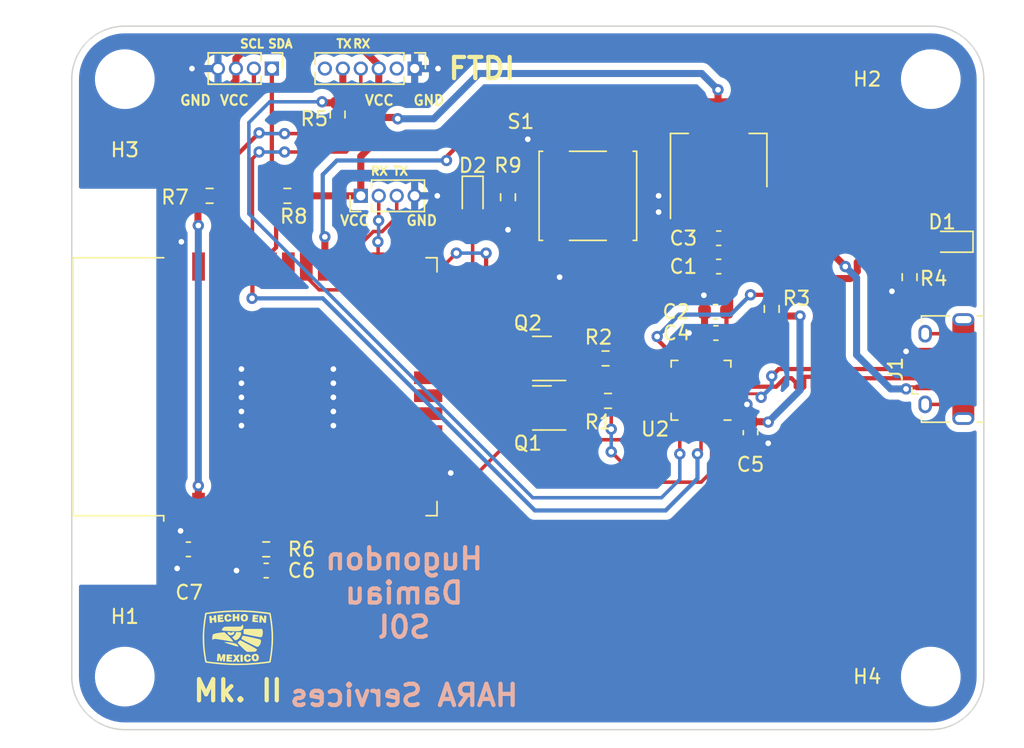
<source format=kicad_pcb>
(kicad_pcb (version 20211014) (generator pcbnew)
  (layers (0 "F.Cu" signal) (31 "B.Cu" power) (34 "B.Paste" user) (35 "F.Paste" user) (36 "B.SilkS" user "B.Silkscreen") (37 "F.SilkS" user "F.Silkscreen") (38 "B.Mask" user) (39 "F.Mask" user) (44 "Edge.Cuts" user))
  (net 0 "")
  (net 1 "VBUS")
  (net 2 "GND")
  (net 3 "+3V3")
  (net 4 "EN")
  (net 5 "Net-(D1-Pad1)")
  (net 6 "Net-(D2-Pad1)")
  (net 7 "GPIO19")
  (net 8 "/USB_D-")
  (net 9 "/USB_D+")
  (net 11 "unconnected-(J1-Pad6)")
  (net 13 "RX0")
  (net 14 "TX0")
  (net 16 "SDA")
  (net 17 "SCL")
  (net 18 "RX2")
  (net 19 "TX2")
  (net 20 "Net-(Q1-Pad1)")
  (net 21 "RTS")
  (net 22 "Net-(Q2-Pad1)")
  (net 23 "DTR")
  (net 24 "GPIO0")
  (net 25 "Net-(R3-Pad1)")
  (net 26 "GPIO18")
  (net 61 "Net-(R5-Pad1)")
  (footprint "Capacitor_SMD:C_0603_1608Metric" (layer "F.Cu") (at 108 112.5 180)
    (fp_text reference "C3")
    (fp_text value "22u")
  )
  (footprint "MountingHole:MountingHole_3.2mm_M3" (layer "F.Cu") (at 123 143.5)
    (fp_text reference "H4")
    (fp_text value "MountingHole")
  )
  (footprint "Resistor_SMD:R_0603_1608Metric" (layer "F.Cu") (at 93.1 109.6 -90)
    (fp_text reference "R9")
    (fp_text value "220")
  )
  (footprint "Resistor_SMD:R_0603_1608Metric" (layer "F.Cu") (at 77.5 109.5 180)
    (fp_text reference "R8")
    (fp_text value "4k7")
  )
  (footprint "Package_DFN_QFN:QFN-24-1EP_4x4mm_P0.5mm_EP2.6x2.6mm" (layer "F.Cu") (at 106.75 123.25 180)
    (fp_text reference "U2")
    (fp_text value "CP2102N-A02-GQFN24")
  )
  (footprint "Resistor_SMD:R_0603_1608Metric" (layer "F.Cu") (at 121.5 115.25 -90)
    (fp_text reference "R4")
    (fp_text value "220")
  )
  (footprint "Resistor_SMD:R_0603_1608Metric" (layer "F.Cu") (at 76 134.5)
    (fp_text reference "R6")
    (fp_text value "10k")
  )
  (footprint "Capacitor_SMD:C_0603_1608Metric" (layer "F.Cu") (at 107.775 117.7 180)
    (fp_text reference "C2")
    (fp_text value "0.1u")
  )
  (footprint "Package_TO_SOT_SMD:SOT-23" (layer "F.Cu") (at 95.5 124.5 180)
    (fp_text reference "Q1")
    (fp_text value "BC817")
  )
  (footprint "Package_TO_SOT_SMD:SOT-223-3_TabPin2" (layer "F.Cu") (at 108 107 90)
    (fp_text reference "U1" hide)
    (fp_text value "AMS1117CD-3.3")
  )
  (footprint "Connector_PinHeader_1.27mm:PinHeader_1x06_P1.27mm_Vertical" (layer "F.Cu") (at 86.5 100.5 -90)
    (fp_text reference "J2" hide)
    (fp_text value "Conn_01x06_Female")
  )
  (footprint "MountingHole:MountingHole_3.2mm_M3" (layer "F.Cu") (at 66 101.25)
    (fp_text reference "H3")
    (fp_text value "MountingHole")
  )
  (footprint "MountingHole:MountingHole_3.2mm_M3" (layer "F.Cu") (at 123 101.25)
    (fp_text reference "H2")
    (fp_text value "MountingHole")
  )
  (footprint "Capacitor_SMD:C_0603_1608Metric" (layer "F.Cu") (at 108 114.5 180)
    (fp_text reference "C1")
    (fp_text value "22u")
  )
  (footprint "Resistor_SMD:R_0603_1608Metric" (layer "F.Cu") (at 72 109.5)
    (fp_text reference "R7")
    (fp_text value "4k7")
  )
  (footprint "LOGO" (layer "F.Cu") (at 74 140.75)
    (fp_text reference "G***" hide)
    (fp_text value "LOGO" hide)
  )
  (footprint "Capacitor_SMD:C_0603_1608Metric" (layer "F.Cu") (at 107.8 119.2 180)
    (fp_text reference "C4")
    (fp_text value "1u")
  )
  (footprint "MountingHole:MountingHole_3.2mm_M3" (layer "F.Cu") (at 66 143.5)
    (fp_text reference "H1")
    (fp_text value "MountingHole")
  )
  (footprint "Resistor_SMD:R_0603_1608Metric" (layer "F.Cu") (at 81.05 103.75 90)
    (fp_text reference "R5")
    (fp_text value "470")
  )
  (footprint "LED_SMD:LED_0603_1608Metric" (layer "F.Cu") (at 124.5 112.75 180)
    (fp_text reference "D1")
    (fp_text value "RED")
  )
  (footprint "Capacitor_SMD:C_0603_1608Metric" (layer "F.Cu") (at 110.25 126.25 -90)
    (fp_text reference "C5")
    (fp_text value "0.1u")
  )
  (footprint "Capacitor_SMD:C_0603_1608Metric" (layer "F.Cu") (at 70.5 134.5 180)
    (fp_text reference "C7")
    (fp_text value "0.1u")
  )
  (footprint "Resistor_SMD:R_0603_1608Metric" (layer "F.Cu") (at 111.75 117.5 -90)
    (fp_text reference "R3")
    (fp_text value "4k7")
  )
  (footprint "Connector_USB:USB_Micro-B_Amphenol_10118194_Horizontal" (layer "F.Cu") (at 124 121.75 90)
    (fp_text reference "J1")
    (fp_text value "USB_B_Micro")
  )
  (footprint "Capacitor_SMD:C_0603_1608Metric" (layer "F.Cu") (at 76 136 180)
    (fp_text reference "C6")
    (fp_text value "10u")
  )
  (footprint "Button_Switch_SMD:SW_SPST_B3S-1000" (layer "F.Cu") (at 98.75 109.5 90)
    (fp_text reference "S1")
    (fp_text value "SW_SPST")
  )
  (footprint "Connector_PinHeader_1.27mm:PinHeader_1x04_P1.27mm_Vertical" (layer "F.Cu") (at 76.4 100.5 -90)
    (fp_text reference "J3" hide)
    (fp_text value "Conn_01x04_Male")
  )
  (footprint "Connector_PinHeader_1.27mm:PinHeader_1x04_P1.27mm_Vertical" (layer "F.Cu") (at 82.69 109.5 90)
    (fp_text reference "J4" hide)
    (fp_text value "Conn_01x04_Male")
  )
  (footprint "LED_SMD:LED_0603_1608Metric" (layer "F.Cu") (at 90.6 109.6 -90)
    (fp_text reference "D2")
    (fp_text value "RED")
  )
  (footprint "Package_TO_SOT_SMD:SOT-23" (layer "F.Cu") (at 95.5 121 180)
    (fp_text reference "Q2")
    (fp_text value "BC817")
  )
  (footprint "Resistor_SMD:R_0603_1608Metric" (layer "F.Cu") (at 100 121 180)
    (fp_text reference "R2")
    (fp_text value "10k")
  )
  (footprint "RF_Module:ESP32-WROOM-32" (layer "F.Cu") (at 78.2 123 90)
    (fp_text reference "U3" hide)
    (fp_text value "ESP32-WROOM-32")
  )
  (footprint "Resistor_SMD:R_0603_1608Metric" (layer "F.Cu") (at 100.175 124 180)
    (fp_text reference "R1")
    (fp_text value "10k")
  )
  (gr_line (start 66 97.5) (end 123 97.5) (layer "Edge.Cuts") (width 0.1))
  (gr_arc (start 66 147.25) (mid 63.34835 146.15165) (end 62.25 143.5) (layer "Edge.Cuts") (width 0.1))
  (gr_line (start 123 147.25) (end 66 147.25) (layer "Edge.Cuts") (width 0.1))
  (gr_arc (start 123 97.5) (mid 125.65165 98.59835) (end 126.75 101.25) (layer "Edge.Cuts") (width 0.1))
  (gr_arc (start 126.75 143.5) (mid 125.65165 146.15165) (end 123 147.25) (layer "Edge.Cuts") (width 0.1))
  (gr_line (start 62.25 143.5) (end 62.25 101.25) (layer "Edge.Cuts") (width 0.1))
  (gr_line (start 126.75 143.5) (end 126.75 101.25) (layer "Edge.Cuts") (width 0.1))
  (gr_arc (start 62.25 101.25) (mid 63.34835 98.59835) (end 66 97.5) (layer "Edge.Cuts") (width 0.1))
  (gr_text "Hugondon\nDamiau\nS0l\n\nHARA Services" (at 85.75 140) (layer "B.SilkS") (effects (font (size 1.5 1.5) (thickness 0.3)) (justify mirror)))
  (gr_text "VCC" (at 84 102.75) (layer "F.SilkS") (effects (font (size 0.7 0.7))))
  (gr_text "TX" (at 85.5 107.75) (layer "F.SilkS") (effects (font (size 0.6 0.6))))
  (gr_text "SDA" (at 77 98.75) (layer "F.SilkS") (effects (font (size 0.6 0.6))))
  (gr_text "RX" (at 82.75 98.75) (layer "F.SilkS") (effects (font (size 0.6 0.6))))
  (gr_text "TX" (at 81.5 98.75) (layer "F.SilkS") (effects (font (size 0.6 0.6))))
  (gr_text "VCC" (at 73.75 102.75) (layer "F.SilkS") (effects (font (size 0.7 0.7))))
  (gr_text "GND" (at 71 102.75) (layer "F.SilkS") (effects (font (size 0.7 0.7))))
  (gr_text "VCC" (at 82.25 111.25) (layer "F.SilkS") (effects (font (size 0.7 0.7))))
  (gr_text "FTDI" (at 91.25 100.5) (layer "F.SilkS") (effects (font (size 1.5 1.5) (thickness 0.3))))
  (gr_text "Mk. II" (at 74 144.5) (layer "F.SilkS") (effects (font (size 1.5 1.5) (thickness 0.3))))
  (gr_text "GND" (at 87 111.25) (layer "F.SilkS") (effects (font (size 0.7 0.7))))
  (gr_text "GND" (at 87.5 102.75) (layer "F.SilkS") (effects (font (size 0.7 0.7))))
  (gr_text "SCL" (at 75 98.75) (layer "F.SilkS") (effects (font (size 0.6 0.6))))
  (gr_text "RX" (at 84 107.75) (layer "F.SilkS") (effects (font (size 0.6 0.6))))
  (segment (start 110.3 112.975) (end 110.85 112.425) (width 0.5) (layer "F.Cu") (net 1))
  (segment (start 108.575 120.675) (end 108.575 119.2) (width 0.3) (layer "F.Cu") (net 1))
  (segment (start 107.5 121.3125) (end 108 121.3125) (width 0.3) (layer "F.Cu") (net 1))
  (segment (start 121.259 123.05) (end 122.915 123.05) (width 0.3) (layer "F.Cu") (net 1))
  (segment (start 121.2455 123.1545) (end 121.345 123.055) (width 0.3) (layer "F.Cu") (net 1))
  (segment (start 108.775 116.625) (end 108.775 117.775) (width 0.5) (layer "F.Cu") (net 1))
  (segment (start 110.3 112.975) (end 115.425 112.975) (width 0.5) (layer "F.Cu") (net 1))
  (segment (start 108 121.3125) (end 108 121.25) (width 0.3) (layer "F.Cu") (net 1))
  (segment (start 115.425 112.975) (end 116.95 114.5) (width 0.5) (layer "F.Cu") (net 1))
  (segment (start 108.775 114.5) (end 108.775 116.625) (width 0.5) (layer "F.Cu") (net 1))
  (segment (start 110.85 110.7) (end 110.3 110.15) (width 0.5) (layer "F.Cu") (net 1))
  (segment (start 121.1545 123.1545) (end 121.2455 123.1545) (width 0.3) (layer "F.Cu") (net 1))
  (segment (start 108 121.25) (end 108.575 120.675) (width 0.3) (layer "F.Cu") (net 1))
  (segment (start 121.25 123.1545) (end 121.1545 123.1545) (width 0.3) (layer "F.Cu") (net 1))
  (segment (start 110.85 112.425) (end 110.85 110.7) (width 0.5) (layer "F.Cu") (net 1))
  (segment (start 108.55 119.5) (end 108.55 118) (width 0.3) (layer "F.Cu") (net 1))
  (segment (start 108.775 114.5) (end 110.3 112.975) (width 0.5) (layer "F.Cu") (net 1))
  (segment (start 121.1545 123.1545) (end 121.259 123.05) (width 0.3) (layer "F.Cu") (net 1))
  (via (at 116.95 114.5) (size 0.8) (drill 0.4) (layers "F.Cu" "B.Cu") (net 1))
  (via (at 121.25 123.1545) (size 0.8) (drill 0.4) (layers "F.Cu" "B.Cu") (net 1))
  (segment (start 120.1545 123.1545) (end 117.75 120.75) (width 0.5) (layer "B.Cu") (net 1))
  (segment (start 117.75 115.3) (end 116.95 114.5) (width 0.5) (layer "B.Cu") (net 1))
  (segment (start 117.75 120.75) (end 117.75 115.3) (width 0.5) (layer "B.Cu") (net 1))
  (segment (start 121.25 123.1545) (end 120.1545 123.1545) (width 0.5) (layer "B.Cu") (net 1))
  (segment (start 111.475 127.025) (end 111.5 127) (width 0.5) (layer "F.Cu") (net 2))
  (segment (start 96.75 115.25) (end 96.75 113.475) (width 0.3) (layer "F.Cu") (net 2))
  (segment (start 87.455 128.715) (end 88.665 128.715) (width 0.5) (layer "F.Cu") (net 2))
  (segment (start 107.025 119.2) (end 105.9 119.2) (width 0.5) (layer "F.Cu") (net 2))
  (segment (start 109.75 124) (end 110 124.25) (width 0.25) (layer "F.Cu") (net 2))
  (segment (start 75.225 136) (end 73.9 136) (width 0.5) (layer "F.Cu") (net 2))
  (segment (start 108.6875 124) (end 109.75 124) (width 0.25) (layer "F.Cu") (net 2))
  (segment (start 86.5 100.5) (end 88.15 100.5) (width 0.5) (layer "F.Cu") (net 2))
  (segment (start 69.725 135.825) (end 69.7 135.85) (width 0.5) (layer "F.Cu") (net 2))
  (segment (start 88.1 109.5) (end 86.5 109.5) (width 0.5) (layer "F.Cu") (net 2))
  (segment (start 107 119.175) (end 107.025 119.2) (width 0.5) (layer "F.Cu") (net 2))
  (segment (start 96.75 105.525) (end 94.5 105.5) (width 0.3) (layer "F.Cu") (net 2))
  (segment (start 121.325 116.25) (end 121.5 116.075) (width 0.3) (layer "F.Cu") (net 2))
  (segment (start 120.25 116.25) (end 121.325 116.25) (width 0.3) (layer "F.Cu") (net 2))
  (segment (start 69.725 134.5) (end 69.725 135.825) (width 0.5) (layer "F.Cu") (net 2))
  (segment (start 69.945 131.5) (end 69.945 133.195) (width 0.5) (layer "F.Cu") (net 2))
  (segment (start 106.9 116.581321) (end 106.9 117.9) (width 0.5) (layer "F.Cu") (net 2))
  (segment (start 108.6875 124) (end 107.5 124) (width 0.3) (layer "F.Cu") (net 2))
  (segment (start 107.5 124) (end 106.75 123.25) (width 0.3) (layer "F.Cu") (net 2))
  (segment (start 69.945 112.805) (end 70 112.75) (width 0.5) (layer "F.Cu") (net 2))
  (segment (start 93.1 110.425) (end 93.1 111.9) (width 0.5) (layer "F.Cu") (net 2))
  (segment (start 88.665 128.715) (end 89.05 129.1) (width 0.5) (layer "F.Cu") (net 2))
  (segment (start 121.25 120.5) (end 122.865 120.5) (width 0.3) (layer "F.Cu") (net 2))
  (segment (start 106.95 116.531321) (end 106.9 116.581321) (width 0.5) (layer "F.Cu") (net 2))
  (segment (start 110.25 127.025) (end 111.475 127.025) (width 0.5) (layer "F.Cu") (net 2))
  (segment (start 70.75 100.5) (end 72.59 100.5) (width 0.5) (layer "F.Cu") (net 2))
  (segment (start 107 117.7) (end 107 119.175) (width 0.5) (layer "F.Cu") (net 2))
  (segment (start 69.945 114.5) (end 69.945 112.805) (width 0.5) (layer "F.Cu") (net 2))
  (via (at 80.75 122.75) (size 0.8) (drill 0.4) (layers "F.Cu" "B.Cu") (net 2))
  (via (at 73.9 136) (size 0.8) (drill 0.4) (layers "F.Cu" "B.Cu") (net 2))
  (via (at 88.1 109.5) (size 0.8) (drill 0.4) (layers "F.Cu" "B.Cu") (net 2))
  (via (at 70.75 100.5) (size 0.8) (drill 0.4) (layers "F.Cu" "B.Cu") (net 2))
  (via (at 74.25 122.75) (size 0.8) (drill 0.4) (layers "F.Cu" "B.Cu") (net 2))
  (via (at 70 112.75) (size 0.8) (drill 0.4) (layers "F.Cu" "B.Cu") (net 2))
  (via (at 74.25 124.75) (size 0.8) (drill 0.4) (layers "F.Cu" "B.Cu") (net 2))
  (via (at 93.1 111.9) (size 0.8) (drill 0.4) (layers "F.Cu" "B.Cu") (net 2))
  (via (at 120.25 116.25) (size 0.8) (drill 0.4) (layers "F.Cu" "B.Cu") (net 2))
  (via (at 89.05 129.1) (size 0.8) (drill 0.4) (layers "F.Cu" "B.Cu") (net 2))
  (via (at 69.945 133.195) (size 0.8) (drill 0.4) (layers "F.Cu" "B.Cu") (net 2))
  (via (at 80.75 123.75) (size 0.8) (drill 0.4) (layers "F.Cu" "B.Cu") (net 2))
  (via (at 111.5 127) (size 0.8) (drill 0.4) (layers "F.Cu" "B.Cu") (net 2))
  (via (at 88.15 100.5) (size 0.8) (drill 0.4) (layers "F.Cu" "B.Cu") (net 2))
  (via (at 121.25 120.5) (size 0.8) (drill 0.4) (layers "F.Cu" "B.Cu") (net 2))
  (via (at 80.75 121.75) (size 0.8) (drill 0.4) (layers "F.Cu" "B.Cu") (net 2))
  (via (at 74.25 121.75) (size 0.8) (drill 0.4) (layers "F.Cu" "B.Cu") (net 2))
  (via (at 110 124.25) (size 0.8) (drill 0.4) (layers "F.Cu" "B.Cu") (net 2))
  (via (at 69.7 135.85) (size 0.8) (drill 0.4) (layers "F.Cu" "B.Cu") (net 2))
  (via (at 96.75 115.25) (size 0.8) (drill 0.4) (layers "F.Cu" "B.Cu") (net 2))
  (via (at 80.75 124.75) (size 0.8) (drill 0.4) (layers "F.Cu" "B.Cu") (net 2))
  (via (at 103.75 110.65) (size 0.8) (drill 0.4) (layers "F.Cu" "B.Cu") (net 2))
  (via (at 106.95 116.531321) (size 0.8) (drill 0.4) (layers "F.Cu" "B.Cu") (net 2))
  (via (at 105.9 119.2) (size 0.8) (drill 0.4) (layers "F.Cu" "B.Cu") (net 2))
  (via (at 80.75 125.75) (size 0.8) (drill 0.4) (layers "F.Cu" "B.Cu") (net 2))
  (via (at 74.25 123.75) (size 0.8) (drill 0.4) (layers "F.Cu" "B.Cu") (net 2))
  (via (at 74.25 125.75) (size 0.8) (drill 0.4) (layers "F.Cu" "B.Cu") (net 2))
  (via (at 94.5 105.5) (size 0.8) (drill 0.4) (layers "F.Cu" "B.Cu") (net 2))
  (via (at 103.75 109.5) (size 0.8) (drill 0.4) (layers "F.Cu" "B.Cu") (net 2))
  (segment (start 109.75 122) (end 111.75 120) (width 0.5) (layer "F.Cu") (net 3))
  (segment (start 119.25 112.75) (end 117.799511 114.200489) (width 0.5) (layer "F.Cu") (net 3))
  (segment (start 71.215 134.44) (end 71.275 134.5) (width 0.5) (layer "F.Cu") (net 3))
  (segment (start 71.2 130) (end 71.2 131.485) (width 0.5) (layer "F.Cu") (net 3))
  (segment (start 83.96 100.26) (end 83.96 100.5) (width 0.5) (layer "F.Cu") (net 3))
  (segment (start 82.69 106.71) (end 82.69 109.5) (width 0.5) (layer "F.Cu") (net 3))
  (segment (start 117.799511 114.200489) (end 117.799511 114.85188) (width 0.5) (layer "F.Cu") (net 3))
  (segment (start 71.275 134.5) (end 75.175 134.5) (width 0.5) (layer "F.Cu") (net 3))
  (segment (start 117.30188 115.349511) (end 114.725489 115.349511) (width 0.5) (layer "F.Cu") (net 3))
  (segment (start 111.1 103.85) (end 120 112.75) (width 0.5) (layer "F.Cu") (net 3))
  (segment (start 71.15 109.475) (end 71.175 109.5) (width 0.5) (layer "F.Cu") (net 3))
  (segment (start 82.6 98.9) (end 83.96 100.26) (width 0.5) (layer "F.Cu") (net 3))
  (segment (start 71.175 109.5) (end 71.175 111.575) (width 0.5) (layer "F.Cu") (net 3))
  (segment (start 85.21 103.96) (end 85.3 104.05) (width 0.5) (layer "F.Cu") (net 3))
  (segment (start 117.799511 114.85188) (end 117.30188 115.349511) (width 0.5) (layer "F.Cu") (net 3))
  (segment (start 71.215 131.5) (end 71.215 134.44) (width 0.5) (layer "F.Cu") (net 3))
  (segment (start 120 112.75) (end 121 112.75) (width 0.5) (layer "F.Cu") (net 3))
  (segment (start 114.725489 115.349511) (end 111.75 118.325) (width 0.5) (layer "F.Cu") (net 3))
  (segment (start 73.86 101.34) (end 71.15 104.05) (width 0.5) (layer "F.Cu") (net 3))
  (segment (start 107.95 103.8) (end 108 103.85) (width 0.5) (layer "F.Cu") (net 3))
  (segment (start 112.075 118) (end 111.75 118.325) (width 0.5) (layer "F.Cu") (net 3))
  (segment (start 73.86 100.5) (end 73.86 99.79) (width 0.5) (layer "F.Cu") (net 3))
  (segment (start 74.75 98.9) (end 82.6 98.9) (width 0.5) (layer "F.Cu") (net 3))
  (segment (start 73.86 99.79) (end 74.75 98.9) (width 0.5) (layer "F.Cu") (net 3))
  (segment (start 71.175 111.575) (end 71.2 111.6) (width 0.5) (layer "F.Cu") (net 3))
  (segment (start 108 103.85) (end 111.1 103.85) (width 0.5) (layer "F.Cu") (net 3))
  (segment (start 71.2 131.485) (end 71.215 131.5) (width 0.5) (layer "F.Cu") (net 3))
  (segment (start 121 112.75) (end 119.25 112.75) (width 0.5) (layer "F.Cu") (net 3))
  (segment (start 111.475 125.475) (end 110.25 125.475) (width 0.5) (layer "F.Cu") (net 3))
  (segment (start 78.325 109.5) (end 82.69 109.5) (width 0.5) (layer "F.Cu") (net 3))
  (segment (start 83.96 103.96) (end 83.96 105.44) (width 0.5) (layer "F.Cu") (net 3))
  (segment (start 107.95 102) (end 107.95 103.8) (width 0.5) (layer "F.Cu") (net 3))
  (segment (start 111.75 120) (end 111.75 118.325) (width 0.5) (layer "F.Cu") (net 3))
  (segment (start 83.96 103.96) (end 85.21 103.96) (width 0.5) (layer "F.Cu") (net 3))
  (segment (start 108.6875 122) (end 109.75 122) (width 0.5) (layer "F.Cu") (net 3))
  (segment (start 121 112.75) (end 123.7125 112.75) (width 0.5) (layer "F.Cu") (net 3))
  (segment (start 111.5 125.5) (end 111.475 125.475) (width 0.5) (layer "F.Cu") (net 3))
  (segment (start 83.96 105.44) (end 82.69 106.71) (width 0.5) (layer "F.Cu") (net 3))
  (segment (start 113.75 118) (end 112.075 118) (width 0.5) (layer "F.Cu") (net 3))
  (segment (start 71.15 104.85) (end 71.15 109.475) (width 0.5) (layer "F.Cu") (net 3))
  (segment (start 73.86 100.5) (end 73.86 101.34) (width 0.5) (layer "F.Cu") (net 3))
  (segment (start 71.15 104.05) (end 71.15 104.85) (width 0.5) (layer "F.Cu") (net 3))
  (segment (start 83.96 100.5) (end 83.96 103.96) (width 0.5) (layer "F.Cu") (net 3))
  (segment (start 108.6875 122) (end 108.6875 122.40048) (width 0.5) (layer "F.Cu") (net 3))
  (via (at 71.2 111.6) (size 0.8) (drill 0.4) (layers "F.Cu" "B.Cu") (net 3))
  (via (at 71.2 130) (size 0.8) (drill 0.4) (layers "F.Cu" "B.Cu") (net 3))
  (via (at 113.75 118) (size 0.8) (drill 0.4) (layers "F.Cu" "B.Cu") (net 3))
  (via (at 85.3 104.05) (size 0.8) (drill 0.4) (layers "F.Cu" "B.Cu") (net 3))
  (via (at 107.95 102) (size 0.8) (drill 0.4) (layers "F.Cu" "B.Cu") (net 3))
  (via (at 111.5 125.5) (size 0.8) (drill 0.4) (layers "F.Cu" "B.Cu") (net 3))
  (segment (start 71.2 111.6) (end 71.2 130) (width 0.5) (layer "B.Cu") (net 3))
  (segment (start 91.05 100.85) (end 106.8 100.85) (width 0.5) (layer "B.Cu") (net 3))
  (segment (start 113.75 123.25) (end 111.5 125.5) (width 0.5) (layer "B.Cu") (net 3))
  (segment (start 113.75 118) (end 113.75 123.25) (width 0.5) (layer "B.Cu") (net 3))
  (segment (start 87.85 104.05) (end 91.05 100.85) (width 0.5) (layer "B.Cu") (net 3))
  (segment (start 85.3 104.05) (end 87.85 104.05) (width 0.5) (layer "B.Cu") (net 3))
  (segment (start 106.8 100.85) (end 107.95 102) (width 0.5) (layer "B.Cu") (net 3))
  (segment (start 84.054022 136) (end 94.5625 125.491522) (width 0.25) (layer "F.Cu") (net 4))
  (segment (start 72.985 133.25) (end 75.575 133.25) (width 0.25) (layer "F.Cu") (net 4))
  (segment (start 94.5625 125.491522) (end 94.5625 124.5) (width 0.25) (layer "F.Cu") (net 4))
  (segment (start 76.775 136) (end 84.054022 136) (width 0.25) (layer "F.Cu") (net 4))
  (segment (start 76.775 136) (end 76.775 134.55) (width 0.25) (layer "F.Cu") (net 4))
  (segment (start 72.485 132.75) (end 72.985 133.25) (width 0.25) (layer "F.Cu") (net 4))
  (segment (start 75.575 133.25) (end 76.825 134.5) (width 0.25) (layer "F.Cu") (net 4))
  (segment (start 72.485 131.5) (end 72.485 132.75) (width 0.25) (layer "F.Cu") (net 4))
  (segment (start 76.775 134.55) (end 76.825 134.5) (width 0.25) (layer "F.Cu") (net 4))
  (segment (start 121.5 114.425) (end 123.6125 114.425) (width 0.3) (layer "F.Cu") (net 5))
  (segment (start 123.6125 114.425) (end 125.2875 112.75) (width 0.3) (layer "F.Cu") (net 5))
  (segment (start 90.6 108.8125) (end 93.0625 108.8125) (width 0.3) (layer "F.Cu") (net 6))
  (segment (start 93.0625 108.8125) (end 93.1 108.775) (width 0.3) (layer "F.Cu") (net 6))
  (segment (start 88.8 116.15) (end 79.75 116.15) (width 0.25) (layer "F.Cu") (net 7))
  (segment (start 90.6 110.3875) (end 90.6 114.35) (width 0.25) (layer "F.Cu") (net 7))
  (segment (start 79.75 116.15) (end 78.835 115.235) (width 0.25) (layer "F.Cu") (net 7))
  (segment (start 90.6 114.35) (end 88.8 116.15) (width 0.25) (layer "F.Cu") (net 7))
  (segment (start 78.835 115.235) (end 78.835 114.5) (width 0.25) (layer "F.Cu") (net 7))
  (segment (start 114.95 123.319442) (end 115.25 123.019442) (width 0.3) (layer "F.Cu") (net 8))
  (segment (start 113.75 123.319442) (end 114.05 123.019442) (width 0.3) (layer "F.Cu") (net 8))
  (segment (start 114.65 122.35) (end 114.65 123.019442) (width 0.3) (layer "F.Cu") (net 8))
  (segment (start 115.25 123.019442) (end 115.25 122.35) (width 0.3) (layer "F.Cu") (net 8))
  (segment (start 112.05997 123) (end 112.65997 122.4) (width 0.3) (layer "F.Cu") (net 8))
  (segment (start 114.1 122.3) (end 114.6 122.3) (width 0.3) (layer "F.Cu") (net 8))
  (segment (start 114.6 122.3) (end 114.65 122.35) (width 0.3) (layer "F.Cu") (net 8))
  (segment (start 114.05 122.35) (end 114.1 122.3) (width 0.3) (layer "F.Cu") (net 8))
  (segment (start 115.85 122.35) (end 115.85 123.019442) (width 0.3) (layer "F.Cu") (net 8))
  (segment (start 116.45 123.019442) (end 116.45 122.7) (width 0.3) (layer "F.Cu") (net 8))
  (segment (start 113.45 122.7) (end 113.45 123.019442) (width 0.3) (layer "F.Cu") (net 8))
  (segment (start 116.45 122.7) (end 116.75 122.4) (width 0.3) (layer "F.Cu") (net 8))
  (segment (start 108.6875 123) (end 112.05997 123) (width 0.3) (layer "F.Cu") (net 8))
  (segment (start 115.8 122.3) (end 115.85 122.35) (width 0.3) (layer "F.Cu") (net 8))
  (segment (start 113.15 122.4) (end 113.45 122.7) (width 0.3) (layer "F.Cu") (net 8))
  (segment (start 116.15 123.319442) (end 116.45 123.019442) (width 0.3) (layer "F.Cu") (net 8))
  (segment (start 115.25 122.35) (end 115.3 122.3) (width 0.3) (layer "F.Cu") (net 8))
  (segment (start 115.3 122.3) (end 115.8 122.3) (width 0.3) (layer "F.Cu") (net 8))
  (segment (start 114.05 123.019442) (end 114.05 122.35) (width 0.3) (layer "F.Cu") (net 8))
  (segment (start 115.85 123.019442) (end 116.15 123.319442) (width 0.3) (layer "F.Cu") (net 8))
  (segment (start 112.65997 122.4) (end 113.15 122.4) (width 0.3) (layer "F.Cu") (net 8))
  (segment (start 116.75 122.4) (end 122.915 122.4) (width 0.3) (layer "F.Cu") (net 8))
  (segment (start 113.45 123.019442) (end 113.75 123.319442) (width 0.3) (layer "F.Cu") (net 8))
  (segment (start 114.65 123.019442) (end 114.95 123.319442) (width 0.3) (layer "F.Cu") (net 8))
  (segment (start 111 123.75) (end 110.75 123.5) (width 0.2) (layer "F.Cu") (net 9))
  (segment (start 112.25 121.75) (end 122.915 121.75) (width 0.3) (layer "F.Cu") (net 9))
  (segment (start 110.75 123.5) (end 108.6875 123.5) (width 0.2) (layer "F.Cu") (net 9))
  (segment (start 111.75 122.25) (end 112.25 121.75) (width 0.3) (layer "F.Cu") (net 9))
  (via (at 111 123.75) (size 0.8) (drill 0.4) (layers "F.Cu" "B.Cu") (net 9))
  (via (at 111.75 122.25) (size 0.8) (drill 0.4) (layers "F.Cu" "B.Cu") (net 9))
  (segment (start 111.75 123) (end 111 123.75) (width 0.3) (layer "B.Cu") (net 9))
  (segment (start 111.75 122.25) (end 111.75 123) (width 0.3) (layer "B.Cu") (net 9))
  (segment (start 125.55 118.85) (end 125.55 120.75) (width 0.25) (layer "F.Cu") (net 11))
  (segment (start 125.55 122.75) (end 125.55 124.65) (width 0.25) (layer "F.Cu") (net 11))
  (segment (start 125.55 120.75) (end 125.55 122.75) (width 0.25) (layer "F.Cu") (net 11))
  (segment (start 122.85 124.25) (end 125.15 124.25) (width 0.25) (layer "F.Cu") (net 11))
  (segment (start 125.15 124.25) (end 125.55 124.65) (width 0.25) (layer "F.Cu") (net 11))
  (segment (start 122.85 119.25) (end 125.15 119.25) (width 0.25) (layer "F.Cu") (net 11))
  (segment (start 125.15 119.25) (end 125.55 118.85) (width 0.25) (layer "F.Cu") (net 11))
  (segment (start 81.65 106.4) (end 77.3 106.4) (width 0.25) (layer "F.Cu") (net 13))
  (segment (start 106.5 125.647328) (end 106.5 125.1875) (width 0.25) (layer "F.Cu") (net 13))
  (segment (start 82.69 100.5) (end 82.69 105.36) (width 0.25) (layer "F.Cu") (net 13))
  (segment (start 75.025 116.725) (end 75.025 114.5) (width 0.3) (layer "F.Cu") (net 13))
  (segment (start 75 116.75) (end 75.025 116.725) (width 0.3) (layer "F.Cu") (net 13))
  (segment (start 82.69 105.36) (end 81.65 106.4) (width 0.25) (layer "F.Cu") (net 13))
  (segment (start 75.025 106.875) (end 75.5 106.4) (width 0.25) (layer "F.Cu") (net 13))
  (segment (start 75.025 114.5) (end 75.025 106.875) (width 0.25) (layer "F.Cu") (net 13))
  (segment (start 106.75 125.897328) (end 106.5 125.647328) (width 0.25) (layer "F.Cu") (net 13))
  (segment (start 106.75 127.5) (end 106.75 125.897328) (width 0.25) (layer "F.Cu") (net 13))
  (segment (start 106.5 127.75) (end 106.75 127.5) (width 0.25) (layer "F.Cu") (net 13))
  (via (at 75 116.75) (size 0.8) (drill 0.4) (layers "F.Cu" "B.Cu") (net 13))
  (via (at 77.3 106.4) (size 0.8) (drill 0.4) (layers "F.Cu" "B.Cu") (net 13))
  (via (at 106.5 127.75) (size 0.8) (drill 0.4) (layers "F.Cu" "B.Cu") (net 13))
  (via (at 75.5 106.4) (size 0.8) (drill 0.4) (layers "F.Cu" "B.Cu") (net 13))
  (segment (start 75.5 106.4) (end 77.3 106.4) (width 0.25) (layer "B.Cu") (net 13))
  (segment (start 106.5 129.5) (end 104.25 131.75) (width 0.3) (layer "B.Cu") (net 13))
  (segment (start 95 131.75) (end 80 116.75) (width 0.3) (layer "B.Cu") (net 13))
  (segment (start 104.25 131.75) (end 95 131.75) (width 0.3) (layer "B.Cu") (net 13))
  (segment (start 80 116.75) (end 75 116.75) (width 0.3) (layer "B.Cu") (net 13))
  (segment (start 106.5 127.75) (end 106.5 129.5) (width 0.3) (layer "B.Cu") (net 13))
  (segment (start 81.05 102.925) (end 80.025 102.925) (width 0.5) (layer "F.Cu") (net 14))
  (segment (start 105.25 127.75) (end 105.25 126.5) (width 0.25) (layer "F.Cu") (net 14))
  (segment (start 81 102.6) (end 81.42 102.18) (width 0.5) (layer "F.Cu") (net 14))
  (segment (start 105.25 126.5) (end 106 125.75) (width 0.25) (layer "F.Cu") (net 14))
  (segment (start 81.42 102.18) (end 81.42 100.5) (width 0.5) (layer "F.Cu") (net 14))
  (segment (start 80.025 102.925) (end 79.95 102.85) (width 0.5) (layer "F.Cu") (net 14))
  (segment (start 106 125.75) (end 106 125.1875) (width 0.25) (layer "F.Cu") (net 14))
  (via (at 79.95 102.85) (size 0.8) (drill 0.4) (layers "F.Cu" "B.Cu") (net 14))
  (via (at 105.25 127.75) (size 0.8) (drill 0.4) (layers "F.Cu" "B.Cu") (net 14))
  (segment (start 76.25 102.85) (end 79.95 102.85) (width 0.25) (layer "B.Cu") (net 14))
  (segment (start 105.25 129.55) (end 103.95 130.85) (width 0.25) (layer "B.Cu") (net 14))
  (segment (start 94.85 130.85) (end 74.775489 110.775489) (width 0.25) (layer "B.Cu") (net 14))
  (segment (start 74.775489 104.324511) (end 76.25 102.85) (width 0.25) (layer "B.Cu") (net 14))
  (segment (start 74.775489 110.775489) (end 74.775489 104.324511) (width 0.25) (layer "B.Cu") (net 14))
  (segment (start 103.95 130.85) (end 94.85 130.85) (width 0.25) (layer "B.Cu") (net 14))
  (segment (start 105.25 127.75) (end 105.25 129.55) (width 0.25) (layer "B.Cu") (net 14))
  (segment (start 76.675 109.5) (end 76.4 109.225) (width 0.3) (layer "F.Cu") (net 16))
  (segment (start 76.7 113.15) (end 76.7 109.525) (width 0.3) (layer "F.Cu") (net 16))
  (segment (start 76.295 114.5) (end 76.295 113.555) (width 0.3) (layer "F.Cu") (net 16))
  (segment (start 76.295 113.555) (end 76.7 113.15) (width 0.3) (layer "F.Cu") (net 16))
  (segment (start 76.4 109.225) (end 76.4 100.5) (width 0.3) (layer "F.Cu") (net 16))
  (segment (start 72.485 109.84) (end 72.825 109.5) (width 0.3) (layer "F.Cu") (net 17))
  (segment (start 75.13 102.22) (end 75.13 100.5) (width 0.3) (layer "F.Cu") (net 17))
  (segment (start 72.825 109.5) (end 72.825 104.525) (width 0.3) (layer "F.Cu") (net 17))
  (segment (start 72.485 114.5) (end 72.485 109.84) (width 0.3) (layer "F.Cu") (net 17))
  (segment (start 72.825 104.525) (end 75.13 102.22) (width 0.3) (layer "F.Cu") (net 17))
  (segment (start 83.915 114.5) (end 83.915 112.765) (width 0.25) (layer "F.Cu") (net 18))
  (segment (start 83.915 112.765) (end 83.9 112.75) (width 0.25) (layer "F.Cu") (net 18))
  (segment (start 83.96 109.5) (end 83.96 111.24) (width 0.25) (layer "F.Cu") (net 18))
  (segment (start 83.96 111.24) (end 83.95 111.25) (width 0.25) (layer "F.Cu") (net 18))
  (via (at 83.9 112.75) (size 0.8) (drill 0.4) (layers "F.Cu" "B.Cu") (net 18))
  (via (at 83.95 111.25) (size 0.8) (drill 0.4) (layers "F.Cu" "B.Cu") (net 18))
  (segment (start 83.95 111.25) (end 83.95 112.7) (width 0.25) (layer "B.Cu") (net 18))
  (segment (start 83.95 112.7) (end 83.9 112.75) (width 0.25) (layer "B.Cu") (net 18))
  (segment (start 85.23 110.994614) (end 84.199125 112.025489) (width 0.25) (layer "F.Cu") (net 19))
  (segment (start 85.23 109.5) (end 85.23 110.994614) (width 0.25) (layer "F.Cu") (net 19))
  (segment (start 82.645 112.955) (end 82.645 114.5) (width 0.25) (layer "F.Cu") (net 19))
  (segment (start 83.574511 112.025489) (end 82.645 112.955) (width 0.25) (layer "F.Cu") (net 19))
  (segment (start 84.199125 112.025489) (end 83.574511 112.025489) (width 0.25) (layer "F.Cu") (net 19))
  (segment (start 99.35 124) (end 97.9 125.45) (width 0.25) (layer "F.Cu") (net 20))
  (segment (start 97.9 125.45) (end 96.4375 125.45) (width 0.25) (layer "F.Cu") (net 20))
  (segment (start 95.37548 126.17548) (end 95.95 126.75) (width 0.25) (layer "F.Cu") (net 21))
  (segment (start 105.5 125.614282) (end 105.264282 125.85) (width 0.25) (layer "F.Cu") (net 21))
  (segment (start 96.4375 123.55) (end 96.4375 124.041428) (width 0.25) (layer "F.Cu") (net 21))
  (segment (start 95.95 126.75) (end 101.25 126.75) (width 0.25) (layer "F.Cu") (net 21))
  (segment (start 102.4 122.575) (end 100.825 121) (width 0.25) (layer "F.Cu") (net 21))
  (segment (start 95.37548 125.103448) (end 95.37548 126.17548) (width 0.25) (layer "F.Cu") (net 21))
  (segment (start 101.5 126.75) (end 102.4 125.85) (width 0.25) (layer "F.Cu") (net 21))
  (segment (start 105.5 125.1875) (end 105.5 125.614282) (width 0.25) (layer "F.Cu") (net 21))
  (segment (start 96.4375 124.041428) (end 95.37548 125.103448) (width 0.25) (layer "F.Cu") (net 21))
  (segment (start 102.4 125.85) (end 102.4 122.575) (width 0.25) (layer "F.Cu") (net 21))
  (segment (start 101.25 126.75) (end 101.5 126.75) (width 0.25) (layer "F.Cu") (net 21))
  (segment (start 105.264282 125.85) (end 102.4 125.85) (width 0.25) (layer "F.Cu") (net 21))
  (segment (start 96.4375 121.95) (end 98.225 121.95) (width 0.25) (layer "F.Cu") (net 22))
  (segment (start 98.225 121.95) (end 99.175 121) (width 0.25) (layer "F.Cu") (net 22))
  (segment (start 101 124) (end 100.4 124.6) (width 0.25) (layer "F.Cu") (net 23))
  (segment (start 102.55 129.75) (end 106.75 129.75) (width 0.25) (layer "F.Cu") (net 23))
  (segment (start 107.5 129) (end 107.5 125.1875) (width 0.25) (layer "F.Cu") (net 23))
  (segment (start 106.75 129.75) (end 107.5 129) (width 0.25) (layer "F.Cu") (net 23))
  (segment (start 99.441783 120.05) (end 100.1 120.708217) (width 0.25) (layer "F.Cu") (net 23))
  (segment (start 100.1 123.1) (end 101 124) (width 0.25) (layer "F.Cu") (net 23))
  (segment (start 100.4 127.6) (end 102.55 129.75) (width 0.25) (layer "F.Cu") (net 23))
  (segment (start 100.4 124.6) (end 100.4 126) (width 0.25) (layer "F.Cu") (net 23))
  (segment (start 100.1 120.708217) (end 100.1 123.1) (width 0.25) (layer "F.Cu") (net 23))
  (segment (start 96.4375 120.05) (end 99.441783 120.05) (width 0.25) (layer "F.Cu") (net 23))
  (via (at 100.4 127.6) (size 0.8) (drill 0.4) (layers "F.Cu" "B.Cu") (net 23))
  (via (at 100.4 126) (size 0.8) (drill 0.4) (layers "F.Cu" "B.Cu") (net 23))
  (segment (start 100.4 126) (end 100.4 127.6) (width 0.25) (layer "B.Cu") (net 23))
  (segment (start 91.55 118.75) (end 91.55 113.55) (width 0.3) (layer "F.Cu") (net 24))
  (segment (start 94.5625 121) (end 93.8 121) (width 0.3) (layer "F.Cu") (net 24))
  (segment (start 89.45 113.55) (end 88.5 114.5) (width 0.25) (layer "F.Cu") (net 24))
  (segment (start 88.5 114.5) (end 86.455 114.5) (width 0.25) (layer "F.Cu") (net 24))
  (segment (start 93.8 121) (end 91.55 118.75) (width 0.3) (layer "F.Cu") (net 24))
  (via (at 89.45 113.55) (size 0.8) (drill 0.4) (layers "F.Cu" "B.Cu") (net 24))
  (via (at 91.55 113.55) (size 0.8) (drill 0.4) (layers "F.Cu" "B.Cu") (net 24))
  (segment (start 91.55 113.55) (end 89.45 113.55) (width 0.25) (layer "B.Cu") (net 24))
  (segment (start 103.65 119.45) (end 103.65 119.65) (width 0.3) (layer "F.Cu") (net 25))
  (segment (start 107 120.5) (end 107 121.3125) (width 0.3) (layer "F.Cu") (net 25))
  (segment (start 110.25 116.5) (end 111.75 116.5) (width 0.3) (layer "F.Cu") (net 25))
  (segment (start 103.65 119.65) (end 104.25 120.25) (width 0.3) (layer "F.Cu") (net 25))
  (segment (start 104.25 120.25) (end 106.75 120.25) (width 0.3) (layer "F.Cu") (net 25))
  (segment (start 106.75 120.25) (end 107 120.5) (width 0.3) (layer "F.Cu") (net 25))
  (via (at 110.25 116.5) (size 0.8) (drill 0.4) (layers "F.Cu" "B.Cu") (net 25))
  (via (at 103.65 119.45) (size 0.8) (drill 0.4) (layers "F.Cu" "B.Cu") (net 25))
  (segment (start 105.2 117.9) (end 103.65 119.45) (width 0.3) (layer "B.Cu") (net 25))
  (segment (start 108.85 117.9) (end 105.2 117.9) (width 0.3) (layer "B.Cu") (net 25))
  (segment (start 110.25 116.5) (end 108.85 117.9) (width 0.3) (layer "B.Cu") (net 25))
  (segment (start 98.975 103.25) (end 101.25 105.525) (width 0.3) (layer "F.Cu") (net 26))
  (segment (start 88.7 106.8) (end 92.25 103.25) (width 0.3) (layer "F.Cu") (net 26))
  (segment (start 80.15 114.455) (end 80.105 114.5) (width 0.5) (layer "F.Cu") (net 26))
  (segment (start 92.25 103.25) (end 98.975 103.25) (width 0.3) (layer "F.Cu") (net 26))
  (segment (start 80.15 112.4) (end 80.15 114.455) (width 0.5) (layer "F.Cu") (net 26))
  (segment (start 101.25 105.525) (end 101.25 113.475) (width 0.3) (layer "F.Cu") (net 26))
  (via (at 80.15 112.4) (size 0.8) (drill 0.4) (layers "F.Cu" "B.Cu") (net 26))
  (via (at 88.75 107) (size 0.8) (drill 0.4) (layers "F.Cu" "B.Cu") (net 26))
  (segment (start 80 112.25) (end 80 108) (width 0.3) (layer "B.Cu") (net 26))
  (segment (start 81 107) (end 88.75 107) (width 0.3) (layer "B.Cu") (net 26))
  (segment (start 80 108) (end 81 107) (width 0.3) (layer "B.Cu") (net 26))
  (segment (start 80.15 112.4) (end 80 112.25) (width 0.3) (layer "B.Cu") (net 26))
  (segment (start 80.1 112.35) (end 80.15 112.4) (width 0.5) (layer "B.Cu") (net 26))
  (segment (start 81 104.825) (end 80.725 105.1) (width 0.25) (layer "F.Cu") (net 61))
  (segment (start 73.755 114.5) (end 73.755 106.795) (width 0.3) (layer "F.Cu") (net 61))
  (segment (start 73.755 106.795) (end 75.5 105.05) (width 0.3) (layer "F.Cu") (net 61))
  (segment (start 80.725 105.1) (end 77.3 105.1) (width 0.25) (layer "F.Cu") (net 61))
  (via (at 77.3 105.1) (size 0.8) (drill 0.4) (layers "F.Cu" "B.Cu") (net 61))
  (via (at 75.5 105.05) (size 0.8) (drill 0.4) (layers "F.Cu" "B.Cu") (net 61))
  (segment (start 77.3 105.1) (end 75.775386 105.1) (width 0.25) (layer "B.Cu") (net 61))
  (zone (net 2) (net_name "GND") (layer "F.Cu") (connect_pads yes (clearance 0.3)) (min_thickness 0.5) (fill yes (thermal_gap 0.508) (thermal_bridge_width 0.508))
    (polygon (pts (xy 81.25 127.25) (xy 73.75 127.25) (xy 73.75 121) (xy 81.25 121)))
  )
  (zone (net 0) (net_name "") (layer "F.Cu") (connect_pads (clearance 0)) (min_thickness 0.254)
    (keepout (tracks not_allowed) (vias not_allowed) (pads not_allowed) (copperpour not_allowed) (footprints allowed))
    (fill (thermal_gap 0.508) (thermal_bridge_width 0.508))
    (polygon (pts (xy 68.25 137) (xy 62.25 137) (xy 62.25 109) (xy 68.25 109)))
  )
  (zone (net 3) (net_name "+3V3") (layer "F.Cu") (connect_pads yes (clearance 0.3)) (min_thickness 0.25) (fill yes (thermal_gap 0.508) (thermal_bridge_width 0.508))
    (polygon (pts (xy 110.15 105.5) (xy 109.1 106.4) (xy 109.1 111.35) (xy 109.4 111.7) (xy 109.4 112.9) (xy 109.1 113.35) (xy 108.15 113.35) (xy 108.15 111.8) (xy 107.15 111.35) (xy 107.15 106.55) (xy 106.7 106.4) (xy 105.7 106.1) (xy 105.7 102.6) (xy 110.15 102.6)))
  )
  (zone (net 2) (net_name "GND") (layer "F.Cu") (connect_pads yes (clearance 0.3)) (min_thickness 0.25) (fill yes (thermal_gap 0.508) (thermal_bridge_width 0.508))
    (polygon (pts (xy 106.8 109.4) (xy 106.8 111.6) (xy 107.8 112.05) (xy 107.8 115.15) (xy 106.65 115.15) (xy 106.65 112.65) (xy 103.25 111.65) (xy 103.25 108.9) (xy 106.45 108.9)))
  )
  (zone (net 2) (net_name "GND") (layer "B.Cu") (connect_pads (clearance 0.508)) (min_thickness 0.254) (fill yes (thermal_gap 0.508) (thermal_bridge_width 0.508))
    (polygon (pts (xy 127.711417 147.750254) (xy 61.975238 148.255365) (xy 62.025238 96.755365) (xy 127.711417 96.750254)))
  )
)
</source>
